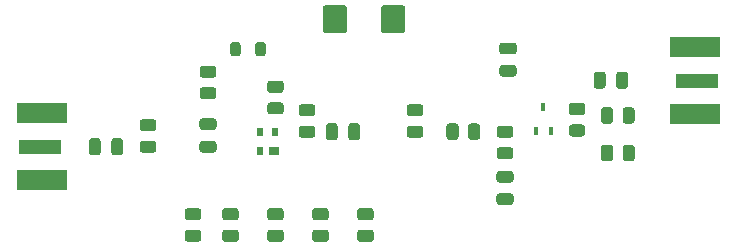
<source format=gbr>
%TF.GenerationSoftware,KiCad,Pcbnew,(5.1.9)-1*%
%TF.CreationDate,2021-02-11T15:09:38-05:00*%
%TF.ProjectId,LNA_1,4c4e415f-312e-46b6-9963-61645f706362,rev?*%
%TF.SameCoordinates,Original*%
%TF.FileFunction,Paste,Top*%
%TF.FilePolarity,Positive*%
%FSLAX46Y46*%
G04 Gerber Fmt 4.6, Leading zero omitted, Abs format (unit mm)*
G04 Created by KiCad (PCBNEW (5.1.9)-1) date 2021-02-11 15:09:38*
%MOMM*%
%LPD*%
G01*
G04 APERTURE LIST*
%ADD10R,4.200000X1.750000*%
%ADD11R,3.600000X1.270000*%
%ADD12R,0.450000X0.700000*%
%ADD13R,0.600000X0.800000*%
%ADD14R,0.900000X0.800000*%
G04 APERTURE END LIST*
%TO.C,CC10*%
G36*
G01*
X141633000Y-57440000D02*
X141633000Y-55590000D01*
G75*
G02*
X141883000Y-55340000I250000J0D01*
G01*
X143458000Y-55340000D01*
G75*
G02*
X143708000Y-55590000I0J-250000D01*
G01*
X143708000Y-57440000D01*
G75*
G02*
X143458000Y-57690000I-250000J0D01*
G01*
X141883000Y-57690000D01*
G75*
G02*
X141633000Y-57440000I0J250000D01*
G01*
G37*
G36*
G01*
X136708000Y-57440000D02*
X136708000Y-55590000D01*
G75*
G02*
X136958000Y-55340000I250000J0D01*
G01*
X138533000Y-55340000D01*
G75*
G02*
X138783000Y-55590000I0J-250000D01*
G01*
X138783000Y-57440000D01*
G75*
G02*
X138533000Y-57690000I-250000J0D01*
G01*
X136958000Y-57690000D01*
G75*
G02*
X136708000Y-57440000I0J250000D01*
G01*
G37*
%TD*%
D10*
%TO.C,J2*%
X168202000Y-58897000D03*
X168202000Y-64547000D03*
D11*
X168402000Y-61722000D03*
%TD*%
D10*
%TO.C,J1*%
X112976000Y-70135000D03*
X112976000Y-64485000D03*
D11*
X112776000Y-67310000D03*
%TD*%
D12*
%TO.C,Q1*%
X155384000Y-63980000D03*
X156034000Y-65980000D03*
X154734000Y-65980000D03*
%TD*%
%TO.C,CC1*%
G36*
G01*
X116914000Y-67785000D02*
X116914000Y-66835000D01*
G75*
G02*
X117164000Y-66585000I250000J0D01*
G01*
X117664000Y-66585000D01*
G75*
G02*
X117914000Y-66835000I0J-250000D01*
G01*
X117914000Y-67785000D01*
G75*
G02*
X117664000Y-68035000I-250000J0D01*
G01*
X117164000Y-68035000D01*
G75*
G02*
X116914000Y-67785000I0J250000D01*
G01*
G37*
G36*
G01*
X118814000Y-67785000D02*
X118814000Y-66835000D01*
G75*
G02*
X119064000Y-66585000I250000J0D01*
G01*
X119564000Y-66585000D01*
G75*
G02*
X119814000Y-66835000I0J-250000D01*
G01*
X119814000Y-67785000D01*
G75*
G02*
X119564000Y-68035000I-250000J0D01*
G01*
X119064000Y-68035000D01*
G75*
G02*
X118814000Y-67785000I0J250000D01*
G01*
G37*
%TD*%
%TO.C,CC2*%
G36*
G01*
X126525000Y-66810000D02*
X127475000Y-66810000D01*
G75*
G02*
X127725000Y-67060000I0J-250000D01*
G01*
X127725000Y-67560000D01*
G75*
G02*
X127475000Y-67810000I-250000J0D01*
G01*
X126525000Y-67810000D01*
G75*
G02*
X126275000Y-67560000I0J250000D01*
G01*
X126275000Y-67060000D01*
G75*
G02*
X126525000Y-66810000I250000J0D01*
G01*
G37*
G36*
G01*
X126525000Y-64910000D02*
X127475000Y-64910000D01*
G75*
G02*
X127725000Y-65160000I0J-250000D01*
G01*
X127725000Y-65660000D01*
G75*
G02*
X127475000Y-65910000I-250000J0D01*
G01*
X126525000Y-65910000D01*
G75*
G02*
X126275000Y-65660000I0J250000D01*
G01*
X126275000Y-65160000D01*
G75*
G02*
X126525000Y-64910000I250000J0D01*
G01*
G37*
%TD*%
%TO.C,CC3*%
G36*
G01*
X136980000Y-66515000D02*
X136980000Y-65565000D01*
G75*
G02*
X137230000Y-65315000I250000J0D01*
G01*
X137730000Y-65315000D01*
G75*
G02*
X137980000Y-65565000I0J-250000D01*
G01*
X137980000Y-66515000D01*
G75*
G02*
X137730000Y-66765000I-250000J0D01*
G01*
X137230000Y-66765000D01*
G75*
G02*
X136980000Y-66515000I0J250000D01*
G01*
G37*
G36*
G01*
X138880000Y-66515000D02*
X138880000Y-65565000D01*
G75*
G02*
X139130000Y-65315000I250000J0D01*
G01*
X139630000Y-65315000D01*
G75*
G02*
X139880000Y-65565000I0J-250000D01*
G01*
X139880000Y-66515000D01*
G75*
G02*
X139630000Y-66765000I-250000J0D01*
G01*
X139130000Y-66765000D01*
G75*
G02*
X138880000Y-66515000I0J250000D01*
G01*
G37*
%TD*%
%TO.C,CC4*%
G36*
G01*
X152875000Y-59494000D02*
X151925000Y-59494000D01*
G75*
G02*
X151675000Y-59244000I0J250000D01*
G01*
X151675000Y-58744000D01*
G75*
G02*
X151925000Y-58494000I250000J0D01*
G01*
X152875000Y-58494000D01*
G75*
G02*
X153125000Y-58744000I0J-250000D01*
G01*
X153125000Y-59244000D01*
G75*
G02*
X152875000Y-59494000I-250000J0D01*
G01*
G37*
G36*
G01*
X152875000Y-61394000D02*
X151925000Y-61394000D01*
G75*
G02*
X151675000Y-61144000I0J250000D01*
G01*
X151675000Y-60644000D01*
G75*
G02*
X151925000Y-60394000I250000J0D01*
G01*
X152875000Y-60394000D01*
G75*
G02*
X153125000Y-60644000I0J-250000D01*
G01*
X153125000Y-61144000D01*
G75*
G02*
X152875000Y-61394000I-250000J0D01*
G01*
G37*
%TD*%
%TO.C,CC5*%
G36*
G01*
X159661000Y-62155000D02*
X159661000Y-61205000D01*
G75*
G02*
X159911000Y-60955000I250000J0D01*
G01*
X160411000Y-60955000D01*
G75*
G02*
X160661000Y-61205000I0J-250000D01*
G01*
X160661000Y-62155000D01*
G75*
G02*
X160411000Y-62405000I-250000J0D01*
G01*
X159911000Y-62405000D01*
G75*
G02*
X159661000Y-62155000I0J250000D01*
G01*
G37*
G36*
G01*
X161561000Y-62155000D02*
X161561000Y-61205000D01*
G75*
G02*
X161811000Y-60955000I250000J0D01*
G01*
X162311000Y-60955000D01*
G75*
G02*
X162561000Y-61205000I0J-250000D01*
G01*
X162561000Y-62155000D01*
G75*
G02*
X162311000Y-62405000I-250000J0D01*
G01*
X161811000Y-62405000D01*
G75*
G02*
X161561000Y-62155000I0J250000D01*
G01*
G37*
%TD*%
%TO.C,Csh2*%
G36*
G01*
X152621000Y-70350000D02*
X151671000Y-70350000D01*
G75*
G02*
X151421000Y-70100000I0J250000D01*
G01*
X151421000Y-69600000D01*
G75*
G02*
X151671000Y-69350000I250000J0D01*
G01*
X152621000Y-69350000D01*
G75*
G02*
X152871000Y-69600000I0J-250000D01*
G01*
X152871000Y-70100000D01*
G75*
G02*
X152621000Y-70350000I-250000J0D01*
G01*
G37*
G36*
G01*
X152621000Y-72250000D02*
X151671000Y-72250000D01*
G75*
G02*
X151421000Y-72000000I0J250000D01*
G01*
X151421000Y-71500000D01*
G75*
G02*
X151671000Y-71250000I250000J0D01*
G01*
X152621000Y-71250000D01*
G75*
G02*
X152871000Y-71500000I0J-250000D01*
G01*
X152871000Y-72000000D01*
G75*
G02*
X152621000Y-72250000I-250000J0D01*
G01*
G37*
%TD*%
%TO.C,LFB1*%
G36*
G01*
X131882500Y-58673750D02*
X131882500Y-59436250D01*
G75*
G02*
X131663750Y-59655000I-218750J0D01*
G01*
X131226250Y-59655000D01*
G75*
G02*
X131007500Y-59436250I0J218750D01*
G01*
X131007500Y-58673750D01*
G75*
G02*
X131226250Y-58455000I218750J0D01*
G01*
X131663750Y-58455000D01*
G75*
G02*
X131882500Y-58673750I0J-218750D01*
G01*
G37*
G36*
G01*
X129757500Y-58673750D02*
X129757500Y-59436250D01*
G75*
G02*
X129538750Y-59655000I-218750J0D01*
G01*
X129101250Y-59655000D01*
G75*
G02*
X128882500Y-59436250I0J218750D01*
G01*
X128882500Y-58673750D01*
G75*
G02*
X129101250Y-58455000I218750J0D01*
G01*
X129538750Y-58455000D01*
G75*
G02*
X129757500Y-58673750I0J-218750D01*
G01*
G37*
%TD*%
%TO.C,RB2*%
G36*
G01*
X144976002Y-64727500D02*
X144075998Y-64727500D01*
G75*
G02*
X143826000Y-64477502I0J249998D01*
G01*
X143826000Y-63952498D01*
G75*
G02*
X144075998Y-63702500I249998J0D01*
G01*
X144976002Y-63702500D01*
G75*
G02*
X145226000Y-63952498I0J-249998D01*
G01*
X145226000Y-64477502D01*
G75*
G02*
X144976002Y-64727500I-249998J0D01*
G01*
G37*
G36*
G01*
X144976002Y-66552500D02*
X144075998Y-66552500D01*
G75*
G02*
X143826000Y-66302502I0J249998D01*
G01*
X143826000Y-65777498D01*
G75*
G02*
X144075998Y-65527500I249998J0D01*
G01*
X144976002Y-65527500D01*
G75*
G02*
X145226000Y-65777498I0J-249998D01*
G01*
X145226000Y-66302502D01*
G75*
G02*
X144976002Y-66552500I-249998J0D01*
G01*
G37*
%TD*%
%TO.C,RB1A1*%
G36*
G01*
X122370002Y-65997500D02*
X121469998Y-65997500D01*
G75*
G02*
X121220000Y-65747502I0J249998D01*
G01*
X121220000Y-65222498D01*
G75*
G02*
X121469998Y-64972500I249998J0D01*
G01*
X122370002Y-64972500D01*
G75*
G02*
X122620000Y-65222498I0J-249998D01*
G01*
X122620000Y-65747502D01*
G75*
G02*
X122370002Y-65997500I-249998J0D01*
G01*
G37*
G36*
G01*
X122370002Y-67822500D02*
X121469998Y-67822500D01*
G75*
G02*
X121220000Y-67572502I0J249998D01*
G01*
X121220000Y-67047498D01*
G75*
G02*
X121469998Y-66797500I249998J0D01*
G01*
X122370002Y-66797500D01*
G75*
G02*
X122620000Y-67047498I0J-249998D01*
G01*
X122620000Y-67572502D01*
G75*
G02*
X122370002Y-67822500I-249998J0D01*
G01*
G37*
%TD*%
%TO.C,RC1*%
G36*
G01*
X135832002Y-66552500D02*
X134931998Y-66552500D01*
G75*
G02*
X134682000Y-66302502I0J249998D01*
G01*
X134682000Y-65777498D01*
G75*
G02*
X134931998Y-65527500I249998J0D01*
G01*
X135832002Y-65527500D01*
G75*
G02*
X136082000Y-65777498I0J-249998D01*
G01*
X136082000Y-66302502D01*
G75*
G02*
X135832002Y-66552500I-249998J0D01*
G01*
G37*
G36*
G01*
X135832002Y-64727500D02*
X134931998Y-64727500D01*
G75*
G02*
X134682000Y-64477502I0J249998D01*
G01*
X134682000Y-63952498D01*
G75*
G02*
X134931998Y-63702500I249998J0D01*
G01*
X135832002Y-63702500D01*
G75*
G02*
X136082000Y-63952498I0J-249998D01*
G01*
X136082000Y-64477502D01*
G75*
G02*
X135832002Y-64727500I-249998J0D01*
G01*
G37*
%TD*%
%TO.C,RE1*%
G36*
G01*
X126180002Y-75362500D02*
X125279998Y-75362500D01*
G75*
G02*
X125030000Y-75112502I0J249998D01*
G01*
X125030000Y-74587498D01*
G75*
G02*
X125279998Y-74337500I249998J0D01*
G01*
X126180002Y-74337500D01*
G75*
G02*
X126430000Y-74587498I0J-249998D01*
G01*
X126430000Y-75112502D01*
G75*
G02*
X126180002Y-75362500I-249998J0D01*
G01*
G37*
G36*
G01*
X126180002Y-73537500D02*
X125279998Y-73537500D01*
G75*
G02*
X125030000Y-73287502I0J249998D01*
G01*
X125030000Y-72762498D01*
G75*
G02*
X125279998Y-72512500I249998J0D01*
G01*
X126180002Y-72512500D01*
G75*
G02*
X126430000Y-72762498I0J-249998D01*
G01*
X126430000Y-73287502D01*
G75*
G02*
X126180002Y-73537500I-249998J0D01*
G01*
G37*
%TD*%
%TO.C,RE12*%
G36*
G01*
X129355002Y-73537500D02*
X128454998Y-73537500D01*
G75*
G02*
X128205000Y-73287502I0J249998D01*
G01*
X128205000Y-72762498D01*
G75*
G02*
X128454998Y-72512500I249998J0D01*
G01*
X129355002Y-72512500D01*
G75*
G02*
X129605000Y-72762498I0J-249998D01*
G01*
X129605000Y-73287502D01*
G75*
G02*
X129355002Y-73537500I-249998J0D01*
G01*
G37*
G36*
G01*
X129355002Y-75362500D02*
X128454998Y-75362500D01*
G75*
G02*
X128205000Y-75112502I0J249998D01*
G01*
X128205000Y-74587498D01*
G75*
G02*
X128454998Y-74337500I249998J0D01*
G01*
X129355002Y-74337500D01*
G75*
G02*
X129605000Y-74587498I0J-249998D01*
G01*
X129605000Y-75112502D01*
G75*
G02*
X129355002Y-75362500I-249998J0D01*
G01*
G37*
%TD*%
%TO.C,RE13*%
G36*
G01*
X133165002Y-75362500D02*
X132264998Y-75362500D01*
G75*
G02*
X132015000Y-75112502I0J249998D01*
G01*
X132015000Y-74587498D01*
G75*
G02*
X132264998Y-74337500I249998J0D01*
G01*
X133165002Y-74337500D01*
G75*
G02*
X133415000Y-74587498I0J-249998D01*
G01*
X133415000Y-75112502D01*
G75*
G02*
X133165002Y-75362500I-249998J0D01*
G01*
G37*
G36*
G01*
X133165002Y-73537500D02*
X132264998Y-73537500D01*
G75*
G02*
X132015000Y-73287502I0J249998D01*
G01*
X132015000Y-72762498D01*
G75*
G02*
X132264998Y-72512500I249998J0D01*
G01*
X133165002Y-72512500D01*
G75*
G02*
X133415000Y-72762498I0J-249998D01*
G01*
X133415000Y-73287502D01*
G75*
G02*
X133165002Y-73537500I-249998J0D01*
G01*
G37*
%TD*%
%TO.C,RE14*%
G36*
G01*
X136975002Y-75362500D02*
X136074998Y-75362500D01*
G75*
G02*
X135825000Y-75112502I0J249998D01*
G01*
X135825000Y-74587498D01*
G75*
G02*
X136074998Y-74337500I249998J0D01*
G01*
X136975002Y-74337500D01*
G75*
G02*
X137225000Y-74587498I0J-249998D01*
G01*
X137225000Y-75112502D01*
G75*
G02*
X136975002Y-75362500I-249998J0D01*
G01*
G37*
G36*
G01*
X136975002Y-73537500D02*
X136074998Y-73537500D01*
G75*
G02*
X135825000Y-73287502I0J249998D01*
G01*
X135825000Y-72762498D01*
G75*
G02*
X136074998Y-72512500I249998J0D01*
G01*
X136975002Y-72512500D01*
G75*
G02*
X137225000Y-72762498I0J-249998D01*
G01*
X137225000Y-73287502D01*
G75*
G02*
X136975002Y-73537500I-249998J0D01*
G01*
G37*
%TD*%
%TO.C,RE15*%
G36*
G01*
X140785002Y-73537500D02*
X139884998Y-73537500D01*
G75*
G02*
X139635000Y-73287502I0J249998D01*
G01*
X139635000Y-72762498D01*
G75*
G02*
X139884998Y-72512500I249998J0D01*
G01*
X140785002Y-72512500D01*
G75*
G02*
X141035000Y-72762498I0J-249998D01*
G01*
X141035000Y-73287502D01*
G75*
G02*
X140785002Y-73537500I-249998J0D01*
G01*
G37*
G36*
G01*
X140785002Y-75362500D02*
X139884998Y-75362500D01*
G75*
G02*
X139635000Y-75112502I0J249998D01*
G01*
X139635000Y-74587498D01*
G75*
G02*
X139884998Y-74337500I249998J0D01*
G01*
X140785002Y-74337500D01*
G75*
G02*
X141035000Y-74587498I0J-249998D01*
G01*
X141035000Y-75112502D01*
G75*
G02*
X140785002Y-75362500I-249998J0D01*
G01*
G37*
%TD*%
%TO.C,RE21*%
G36*
G01*
X163123500Y-67394998D02*
X163123500Y-68295002D01*
G75*
G02*
X162873502Y-68545000I-249998J0D01*
G01*
X162348498Y-68545000D01*
G75*
G02*
X162098500Y-68295002I0J249998D01*
G01*
X162098500Y-67394998D01*
G75*
G02*
X162348498Y-67145000I249998J0D01*
G01*
X162873502Y-67145000D01*
G75*
G02*
X163123500Y-67394998I0J-249998D01*
G01*
G37*
G36*
G01*
X161298500Y-67394998D02*
X161298500Y-68295002D01*
G75*
G02*
X161048502Y-68545000I-249998J0D01*
G01*
X160523498Y-68545000D01*
G75*
G02*
X160273500Y-68295002I0J249998D01*
G01*
X160273500Y-67394998D01*
G75*
G02*
X160523498Y-67145000I249998J0D01*
G01*
X161048502Y-67145000D01*
G75*
G02*
X161298500Y-67394998I0J-249998D01*
G01*
G37*
%TD*%
%TO.C,RE22*%
G36*
G01*
X161298500Y-64219998D02*
X161298500Y-65120002D01*
G75*
G02*
X161048502Y-65370000I-249998J0D01*
G01*
X160523498Y-65370000D01*
G75*
G02*
X160273500Y-65120002I0J249998D01*
G01*
X160273500Y-64219998D01*
G75*
G02*
X160523498Y-63970000I249998J0D01*
G01*
X161048502Y-63970000D01*
G75*
G02*
X161298500Y-64219998I0J-249998D01*
G01*
G37*
G36*
G01*
X163123500Y-64219998D02*
X163123500Y-65120002D01*
G75*
G02*
X162873502Y-65370000I-249998J0D01*
G01*
X162348498Y-65370000D01*
G75*
G02*
X162098500Y-65120002I0J249998D01*
G01*
X162098500Y-64219998D01*
G75*
G02*
X162348498Y-63970000I249998J0D01*
G01*
X162873502Y-63970000D01*
G75*
G02*
X163123500Y-64219998I0J-249998D01*
G01*
G37*
%TD*%
%TO.C,RFB1*%
G36*
G01*
X127450002Y-61472500D02*
X126549998Y-61472500D01*
G75*
G02*
X126300000Y-61222502I0J249998D01*
G01*
X126300000Y-60697498D01*
G75*
G02*
X126549998Y-60447500I249998J0D01*
G01*
X127450002Y-60447500D01*
G75*
G02*
X127700000Y-60697498I0J-249998D01*
G01*
X127700000Y-61222502D01*
G75*
G02*
X127450002Y-61472500I-249998J0D01*
G01*
G37*
G36*
G01*
X127450002Y-63297500D02*
X126549998Y-63297500D01*
G75*
G02*
X126300000Y-63047502I0J249998D01*
G01*
X126300000Y-62522498D01*
G75*
G02*
X126549998Y-62272500I249998J0D01*
G01*
X127450002Y-62272500D01*
G75*
G02*
X127700000Y-62522498I0J-249998D01*
G01*
X127700000Y-63047502D01*
G75*
G02*
X127450002Y-63297500I-249998J0D01*
G01*
G37*
%TD*%
%TO.C,RFB2*%
G36*
G01*
X132264998Y-61717500D02*
X133165002Y-61717500D01*
G75*
G02*
X133415000Y-61967498I0J-249998D01*
G01*
X133415000Y-62492502D01*
G75*
G02*
X133165002Y-62742500I-249998J0D01*
G01*
X132264998Y-62742500D01*
G75*
G02*
X132015000Y-62492502I0J249998D01*
G01*
X132015000Y-61967498D01*
G75*
G02*
X132264998Y-61717500I249998J0D01*
G01*
G37*
G36*
G01*
X132264998Y-63542500D02*
X133165002Y-63542500D01*
G75*
G02*
X133415000Y-63792498I0J-249998D01*
G01*
X133415000Y-64317502D01*
G75*
G02*
X133165002Y-64567500I-249998J0D01*
G01*
X132264998Y-64567500D01*
G75*
G02*
X132015000Y-64317502I0J249998D01*
G01*
X132015000Y-63792498D01*
G75*
G02*
X132264998Y-63542500I249998J0D01*
G01*
G37*
%TD*%
%TO.C,Ri2*%
G36*
G01*
X150038500Y-65589998D02*
X150038500Y-66490002D01*
G75*
G02*
X149788502Y-66740000I-249998J0D01*
G01*
X149263498Y-66740000D01*
G75*
G02*
X149013500Y-66490002I0J249998D01*
G01*
X149013500Y-65589998D01*
G75*
G02*
X149263498Y-65340000I249998J0D01*
G01*
X149788502Y-65340000D01*
G75*
G02*
X150038500Y-65589998I0J-249998D01*
G01*
G37*
G36*
G01*
X148213500Y-65589998D02*
X148213500Y-66490002D01*
G75*
G02*
X147963502Y-66740000I-249998J0D01*
G01*
X147438498Y-66740000D01*
G75*
G02*
X147188500Y-66490002I0J249998D01*
G01*
X147188500Y-65589998D01*
G75*
G02*
X147438498Y-65340000I249998J0D01*
G01*
X147963502Y-65340000D01*
G75*
G02*
X148213500Y-65589998I0J-249998D01*
G01*
G37*
%TD*%
%TO.C,Ro1*%
G36*
G01*
X157791998Y-63599000D02*
X158692002Y-63599000D01*
G75*
G02*
X158942000Y-63848998I0J-249998D01*
G01*
X158942000Y-64374002D01*
G75*
G02*
X158692002Y-64624000I-249998J0D01*
G01*
X157791998Y-64624000D01*
G75*
G02*
X157542000Y-64374002I0J249998D01*
G01*
X157542000Y-63848998D01*
G75*
G02*
X157791998Y-63599000I249998J0D01*
G01*
G37*
G36*
G01*
X157791998Y-65424000D02*
X158692002Y-65424000D01*
G75*
G02*
X158942000Y-65673998I0J-249998D01*
G01*
X158942000Y-66199002D01*
G75*
G02*
X158692002Y-66449000I-249998J0D01*
G01*
X157791998Y-66449000D01*
G75*
G02*
X157542000Y-66199002I0J249998D01*
G01*
X157542000Y-65673998D01*
G75*
G02*
X157791998Y-65424000I249998J0D01*
G01*
G37*
%TD*%
%TO.C,Rsh2*%
G36*
G01*
X151695998Y-67352500D02*
X152596002Y-67352500D01*
G75*
G02*
X152846000Y-67602498I0J-249998D01*
G01*
X152846000Y-68127502D01*
G75*
G02*
X152596002Y-68377500I-249998J0D01*
G01*
X151695998Y-68377500D01*
G75*
G02*
X151446000Y-68127502I0J249998D01*
G01*
X151446000Y-67602498D01*
G75*
G02*
X151695998Y-67352500I249998J0D01*
G01*
G37*
G36*
G01*
X151695998Y-65527500D02*
X152596002Y-65527500D01*
G75*
G02*
X152846000Y-65777498I0J-249998D01*
G01*
X152846000Y-66302502D01*
G75*
G02*
X152596002Y-66552500I-249998J0D01*
G01*
X151695998Y-66552500D01*
G75*
G02*
X151446000Y-66302502I0J249998D01*
G01*
X151446000Y-65777498D01*
G75*
G02*
X151695998Y-65527500I249998J0D01*
G01*
G37*
%TD*%
D13*
%TO.C,U1*%
X131415000Y-67640000D03*
D14*
X132565000Y-67640000D03*
D13*
X132715000Y-66040000D03*
X131415000Y-66040000D03*
%TD*%
M02*

</source>
